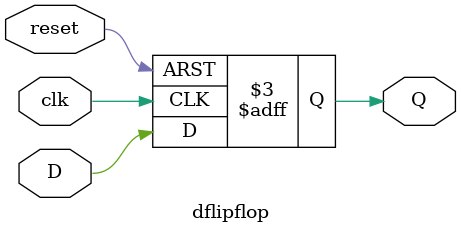
<source format=v>
module bit8reg (in,op,clk,reset);
input [7:0]in;
output [7:0]op;
input clk,reset;
dflipflop stage0(in[0],clk,1,op[0]);
dflipflop stage1(in[1],clk,1,op[1]);
dflipflop stage2(in[2],clk,1,op[2]);
dflipflop stage3(in[3],clk,1,op[3]);
dflipflop stage4(in[4],clk,1,op[4]);
dflipflop stage5(in[5],clk,1,op[5]);
dflipflop stage6(in[6],clk,1,op[6]);
dflipflop stage7(in[7],clk,1,op[7]);
endmodule

module dflipflop(D,clk,reset,Q);
input D,clk,reset;
output Q;
reg Q;
always@(negedge clk or negedge reset)
if(!reset)
Q<=0;
else
Q<=D;
endmodule

</source>
